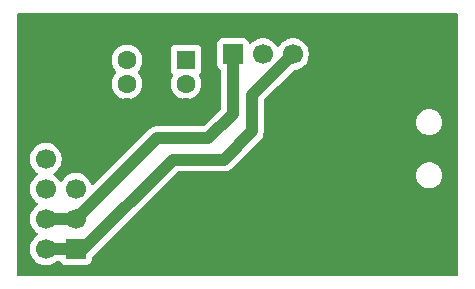
<source format=gbr>
%TF.GenerationSoftware,KiCad,Pcbnew,9.0.2*%
%TF.CreationDate,2025-05-29T11:38:48+08:00*%
%TF.ProjectId,uart_tool,75617274-5f74-46f6-9f6c-2e6b69636164,rev?*%
%TF.SameCoordinates,Original*%
%TF.FileFunction,Copper,L2,Bot*%
%TF.FilePolarity,Positive*%
%FSLAX46Y46*%
G04 Gerber Fmt 4.6, Leading zero omitted, Abs format (unit mm)*
G04 Created by KiCad (PCBNEW 9.0.2) date 2025-05-29 11:38:48*
%MOMM*%
%LPD*%
G01*
G04 APERTURE LIST*
%TA.AperFunction,ComponentPad*%
%ADD10R,1.700000X1.700000*%
%TD*%
%TA.AperFunction,ComponentPad*%
%ADD11C,1.700000*%
%TD*%
%TA.AperFunction,ComponentPad*%
%ADD12O,4.000000X1.500000*%
%TD*%
%TA.AperFunction,ComponentPad*%
%ADD13R,1.600000X1.600000*%
%TD*%
%TA.AperFunction,ComponentPad*%
%ADD14C,1.600000*%
%TD*%
%TA.AperFunction,ViaPad*%
%ADD15C,0.600000*%
%TD*%
%TA.AperFunction,Conductor*%
%ADD16C,1.000000*%
%TD*%
G04 APERTURE END LIST*
D10*
%TO.P,J1,1,Pin_1*%
%TO.N,/3.3V*%
X177460000Y-87500000D03*
D11*
%TO.P,J1,2,Pin_2*%
%TO.N,/SW_PWR*%
X180000000Y-87500000D03*
%TO.P,J1,3,Pin_3*%
%TO.N,VBUS*%
X182540000Y-87500000D03*
%TD*%
D12*
%TO.P,USB1,5,5*%
%TO.N,GND*%
X194073000Y-101200000D03*
%TO.P,USB1,6,6*%
X194073000Y-89800000D03*
%TD*%
D13*
%TO.P,SW1,1,1*%
%TO.N,/SW_PWR*%
X173499500Y-88000000D03*
D14*
%TO.P,SW1,2,2*%
%TO.N,/IO_CTRL*%
X173500000Y-90000000D03*
%TO.P,SW1,3,3*%
%TO.N,GND*%
X173500000Y-92000000D03*
%TO.P,SW1,4,4*%
%TO.N,/SW_PWR*%
X168500000Y-88000000D03*
%TO.P,SW1,5,5*%
%TO.N,/IO_CTRL*%
X168500000Y-90000000D03*
%TO.P,SW1,6,6*%
%TO.N,GND*%
X168500000Y-92000000D03*
%TD*%
D10*
%TO.P,J3,1,Pin_1*%
%TO.N,VBUS*%
X164160254Y-103999181D03*
D11*
%TO.P,J3,2,Pin_2*%
X161620254Y-103999181D03*
%TO.P,J3,3,Pin_3*%
%TO.N,/3.3V*%
X164160254Y-101459181D03*
%TO.P,J3,4,Pin_4*%
X161620254Y-101459181D03*
%TO.P,J3,5,Pin_5*%
%TO.N,/UART_TX*%
X164160254Y-98919181D03*
%TO.P,J3,6,Pin_6*%
%TO.N,/UART_RX*%
X161620254Y-98919181D03*
%TO.P,J3,7,Pin_7*%
%TO.N,GND*%
X164160254Y-96379181D03*
%TO.P,J3,8,Pin_8*%
%TO.N,/IO_CTRL*%
X161620254Y-96379181D03*
%TO.P,J3,9,Pin_9*%
%TO.N,GND*%
X164160254Y-93839181D03*
%TO.P,J3,10,Pin_10*%
X161620254Y-93839181D03*
%TD*%
D15*
%TO.N,GND*%
X172485254Y-102119181D03*
X169285254Y-102119181D03*
%TD*%
D16*
%TO.N,VBUS*%
X164160254Y-103999181D02*
X161620254Y-103999181D01*
%TO.N,/3.3V*%
X164160254Y-101459181D02*
X161620254Y-101459181D01*
%TO.N,VBUS*%
X179085254Y-90954746D02*
X182540000Y-87500000D01*
X176685254Y-96419181D02*
X179085254Y-94019181D01*
X172385254Y-96419181D02*
X176685254Y-96419181D01*
X179085254Y-94019181D02*
X179085254Y-90954746D01*
X164805254Y-103999181D02*
X172385254Y-96419181D01*
X164160254Y-103999181D02*
X164805254Y-103999181D01*
%TO.N,/3.3V*%
X171000254Y-94619181D02*
X164160254Y-101459181D01*
X177460000Y-92544435D02*
X175385254Y-94619181D01*
X177460000Y-87500000D02*
X177460000Y-92544435D01*
X175385254Y-94619181D02*
X171000254Y-94619181D01*
%TD*%
%TA.AperFunction,Conductor*%
%TO.N,GND*%
G36*
X196442539Y-84020185D02*
G01*
X196488294Y-84072989D01*
X196499500Y-84124500D01*
X196499500Y-89415194D01*
X196495275Y-89447285D01*
X196490500Y-89465103D01*
X196490500Y-101534893D01*
X196495275Y-101552713D01*
X196499500Y-101584805D01*
X196499500Y-106176000D01*
X196479815Y-106243039D01*
X196427011Y-106288794D01*
X196375500Y-106300000D01*
X159324000Y-106300000D01*
X159256961Y-106280315D01*
X159211206Y-106227511D01*
X159200000Y-106176000D01*
X159200000Y-96272894D01*
X160269754Y-96272894D01*
X160269754Y-96485467D01*
X160298483Y-96666858D01*
X160303008Y-96695424D01*
X160348755Y-96836219D01*
X160368698Y-96897595D01*
X160465205Y-97087001D01*
X160590144Y-97258967D01*
X160740467Y-97409290D01*
X160912436Y-97534231D01*
X160921200Y-97538697D01*
X160971996Y-97586672D01*
X160988790Y-97654493D01*
X160966252Y-97720628D01*
X160921200Y-97759665D01*
X160912436Y-97764130D01*
X160740467Y-97889071D01*
X160590144Y-98039394D01*
X160465205Y-98211360D01*
X160368698Y-98400766D01*
X160303007Y-98602941D01*
X160269754Y-98812894D01*
X160269754Y-99025467D01*
X160303007Y-99235420D01*
X160368698Y-99437595D01*
X160465205Y-99627001D01*
X160590144Y-99798967D01*
X160740467Y-99949290D01*
X160912436Y-100074231D01*
X160921200Y-100078697D01*
X160971996Y-100126672D01*
X160988790Y-100194493D01*
X160966252Y-100260628D01*
X160921200Y-100299665D01*
X160912436Y-100304130D01*
X160740467Y-100429071D01*
X160590144Y-100579394D01*
X160465205Y-100751360D01*
X160368698Y-100940766D01*
X160303007Y-101142941D01*
X160281962Y-101275814D01*
X160269754Y-101352894D01*
X160269754Y-101565468D01*
X160270514Y-101570267D01*
X160291275Y-101701349D01*
X160303008Y-101775424D01*
X160366067Y-101969500D01*
X160368698Y-101977595D01*
X160465205Y-102167001D01*
X160590144Y-102338967D01*
X160740467Y-102489290D01*
X160912436Y-102614231D01*
X160921200Y-102618697D01*
X160971996Y-102666672D01*
X160988790Y-102734493D01*
X160966252Y-102800628D01*
X160921200Y-102839665D01*
X160912436Y-102844130D01*
X160740467Y-102969071D01*
X160590144Y-103119394D01*
X160465205Y-103291360D01*
X160368698Y-103480766D01*
X160303007Y-103682941D01*
X160269754Y-103892894D01*
X160269754Y-104105467D01*
X160303007Y-104315420D01*
X160368698Y-104517595D01*
X160465205Y-104707001D01*
X160590144Y-104878967D01*
X160740467Y-105029290D01*
X160912433Y-105154229D01*
X160912435Y-105154230D01*
X160912438Y-105154232D01*
X161101842Y-105250738D01*
X161304011Y-105316427D01*
X161513967Y-105349681D01*
X161513968Y-105349681D01*
X161726540Y-105349681D01*
X161726541Y-105349681D01*
X161936497Y-105316427D01*
X162138666Y-105250738D01*
X162328070Y-105154232D01*
X162414392Y-105091516D01*
X162503988Y-105026422D01*
X162504618Y-105027289D01*
X162523641Y-105018763D01*
X162545519Y-105004704D01*
X162559495Y-105002694D01*
X162563673Y-105000822D01*
X162580454Y-104999681D01*
X162746113Y-104999681D01*
X162813152Y-105019366D01*
X162858907Y-105072170D01*
X162862284Y-105080321D01*
X162866458Y-105091512D01*
X162866459Y-105091513D01*
X162866460Y-105091516D01*
X162952706Y-105206725D01*
X162952709Y-105206728D01*
X163067918Y-105292974D01*
X163067925Y-105292978D01*
X163202771Y-105343272D01*
X163202770Y-105343272D01*
X163209698Y-105344016D01*
X163262381Y-105349681D01*
X165058126Y-105349680D01*
X165117737Y-105343272D01*
X165252585Y-105292977D01*
X165367800Y-105206727D01*
X165454050Y-105091512D01*
X165504345Y-104956664D01*
X165510754Y-104897054D01*
X165510753Y-104759965D01*
X165519397Y-104730523D01*
X165525919Y-104700542D01*
X165529673Y-104695526D01*
X165530437Y-104692926D01*
X165547069Y-104672287D01*
X165552889Y-104666466D01*
X165582393Y-104636963D01*
X165582395Y-104636959D01*
X172547672Y-97671683D01*
X192972633Y-97671683D01*
X192972633Y-97828316D01*
X192989855Y-97959138D01*
X192989856Y-97959143D01*
X192989857Y-97959149D01*
X192989858Y-97959151D01*
X193030395Y-98110441D01*
X193080894Y-98232356D01*
X193080899Y-98232367D01*
X193159207Y-98367999D01*
X193159219Y-98368017D01*
X193184349Y-98400766D01*
X193239546Y-98472699D01*
X193350301Y-98583454D01*
X193350305Y-98583457D01*
X193454982Y-98663780D01*
X193454986Y-98663782D01*
X193454993Y-98663788D01*
X193455000Y-98663792D01*
X193590632Y-98742100D01*
X193590637Y-98742102D01*
X193590640Y-98742104D01*
X193712557Y-98792604D01*
X193863851Y-98833143D01*
X193956251Y-98845307D01*
X193994683Y-98850367D01*
X193994684Y-98850367D01*
X194151317Y-98850367D01*
X194181021Y-98846456D01*
X194282149Y-98833143D01*
X194433443Y-98792604D01*
X194555360Y-98742104D01*
X194691007Y-98663788D01*
X194795699Y-98583454D01*
X194906454Y-98472699D01*
X194986788Y-98368007D01*
X195065104Y-98232360D01*
X195115604Y-98110443D01*
X195156143Y-97959149D01*
X195173367Y-97828316D01*
X195173367Y-97671684D01*
X195156143Y-97540851D01*
X195115604Y-97389557D01*
X195065104Y-97267640D01*
X195065102Y-97267637D01*
X195065100Y-97267632D01*
X194986792Y-97132000D01*
X194986788Y-97131993D01*
X194929212Y-97056960D01*
X194906457Y-97027305D01*
X194906454Y-97027301D01*
X194795699Y-96916546D01*
X194771002Y-96897595D01*
X194691017Y-96836219D01*
X194690999Y-96836207D01*
X194555367Y-96757899D01*
X194555356Y-96757894D01*
X194433441Y-96707395D01*
X194357796Y-96687126D01*
X194282149Y-96666857D01*
X194282143Y-96666856D01*
X194282138Y-96666855D01*
X194151317Y-96649633D01*
X194151316Y-96649633D01*
X193994684Y-96649633D01*
X193994683Y-96649633D01*
X193863861Y-96666855D01*
X193863854Y-96666856D01*
X193863851Y-96666857D01*
X193831876Y-96675424D01*
X193712558Y-96707395D01*
X193590643Y-96757894D01*
X193590632Y-96757899D01*
X193455000Y-96836207D01*
X193454982Y-96836219D01*
X193350305Y-96916542D01*
X193350295Y-96916551D01*
X193239551Y-97027295D01*
X193239542Y-97027305D01*
X193159219Y-97131982D01*
X193159207Y-97132000D01*
X193080899Y-97267632D01*
X193080894Y-97267643D01*
X193042994Y-97359142D01*
X193030396Y-97389557D01*
X192991632Y-97534229D01*
X192989858Y-97540848D01*
X192989855Y-97540861D01*
X192972633Y-97671683D01*
X172547672Y-97671683D01*
X172763355Y-97456000D01*
X172824678Y-97422515D01*
X172851036Y-97419681D01*
X176783797Y-97419681D01*
X176846005Y-97407306D01*
X176935237Y-97389557D01*
X176977090Y-97381232D01*
X177030419Y-97359142D01*
X177159168Y-97305813D01*
X177323036Y-97196320D01*
X177462393Y-97056963D01*
X177462393Y-97056961D01*
X177472601Y-97046754D01*
X177472602Y-97046751D01*
X179862394Y-94656962D01*
X179971886Y-94493095D01*
X180047306Y-94311016D01*
X180085755Y-94117721D01*
X180085755Y-93920640D01*
X180085755Y-93915530D01*
X180085754Y-93915504D01*
X180085754Y-93171683D01*
X192972633Y-93171683D01*
X192972633Y-93328316D01*
X192989855Y-93459138D01*
X192989856Y-93459143D01*
X192989857Y-93459149D01*
X192989858Y-93459151D01*
X193030395Y-93610441D01*
X193080894Y-93732356D01*
X193080899Y-93732367D01*
X193159207Y-93867999D01*
X193159219Y-93868017D01*
X193199599Y-93920640D01*
X193239546Y-93972699D01*
X193350301Y-94083454D01*
X193350305Y-94083457D01*
X193454982Y-94163780D01*
X193454986Y-94163782D01*
X193454993Y-94163788D01*
X193455000Y-94163792D01*
X193590632Y-94242100D01*
X193590637Y-94242102D01*
X193590640Y-94242104D01*
X193712557Y-94292604D01*
X193863851Y-94333143D01*
X193956251Y-94345307D01*
X193994683Y-94350367D01*
X193994684Y-94350367D01*
X194151317Y-94350367D01*
X194181021Y-94346456D01*
X194282149Y-94333143D01*
X194433443Y-94292604D01*
X194555360Y-94242104D01*
X194691007Y-94163788D01*
X194795699Y-94083454D01*
X194906454Y-93972699D01*
X194986788Y-93868007D01*
X195065104Y-93732360D01*
X195115604Y-93610443D01*
X195156143Y-93459149D01*
X195173367Y-93328316D01*
X195173367Y-93171684D01*
X195156143Y-93040851D01*
X195115604Y-92889557D01*
X195065104Y-92767640D01*
X195065102Y-92767637D01*
X195065100Y-92767632D01*
X194986792Y-92632000D01*
X194986788Y-92631993D01*
X194906454Y-92527301D01*
X194795699Y-92416546D01*
X194795694Y-92416542D01*
X194691017Y-92336219D01*
X194690999Y-92336207D01*
X194555367Y-92257899D01*
X194555356Y-92257894D01*
X194433441Y-92207395D01*
X194357796Y-92187126D01*
X194282149Y-92166857D01*
X194282143Y-92166856D01*
X194282138Y-92166855D01*
X194151317Y-92149633D01*
X194151316Y-92149633D01*
X193994684Y-92149633D01*
X193994683Y-92149633D01*
X193863861Y-92166855D01*
X193863854Y-92166856D01*
X193863851Y-92166857D01*
X193831876Y-92175424D01*
X193712558Y-92207395D01*
X193590643Y-92257894D01*
X193590632Y-92257899D01*
X193455000Y-92336207D01*
X193454982Y-92336219D01*
X193350305Y-92416542D01*
X193350295Y-92416551D01*
X193239551Y-92527295D01*
X193239542Y-92527305D01*
X193159219Y-92631982D01*
X193159207Y-92632000D01*
X193080899Y-92767632D01*
X193080894Y-92767643D01*
X193030395Y-92889558D01*
X192989858Y-93040848D01*
X192989855Y-93040861D01*
X192972633Y-93171683D01*
X180085754Y-93171683D01*
X180085754Y-91420528D01*
X180105439Y-91353489D01*
X180122073Y-91332847D01*
X181290341Y-90164579D01*
X182568499Y-88886421D01*
X182629820Y-88852938D01*
X182645291Y-88850657D01*
X182646282Y-88850500D01*
X182646287Y-88850500D01*
X182856243Y-88817246D01*
X183058412Y-88751557D01*
X183247816Y-88655051D01*
X183334138Y-88592335D01*
X183419786Y-88530109D01*
X183419788Y-88530106D01*
X183419792Y-88530104D01*
X183570104Y-88379792D01*
X183570106Y-88379788D01*
X183570109Y-88379786D01*
X183695048Y-88207820D01*
X183695047Y-88207820D01*
X183695051Y-88207816D01*
X183791557Y-88018412D01*
X183857246Y-87816243D01*
X183890500Y-87606287D01*
X183890500Y-87393713D01*
X183857246Y-87183757D01*
X183791557Y-86981588D01*
X183695051Y-86792184D01*
X183695049Y-86792181D01*
X183695048Y-86792179D01*
X183570109Y-86620213D01*
X183419786Y-86469890D01*
X183247820Y-86344951D01*
X183058414Y-86248444D01*
X183058413Y-86248443D01*
X183058412Y-86248443D01*
X182856243Y-86182754D01*
X182856241Y-86182753D01*
X182856240Y-86182753D01*
X182694957Y-86157208D01*
X182646287Y-86149500D01*
X182433713Y-86149500D01*
X182385042Y-86157208D01*
X182223760Y-86182753D01*
X182021585Y-86248444D01*
X181832179Y-86344951D01*
X181660213Y-86469890D01*
X181509890Y-86620213D01*
X181384949Y-86792182D01*
X181380484Y-86800946D01*
X181332509Y-86851742D01*
X181264688Y-86868536D01*
X181198553Y-86845998D01*
X181159516Y-86800946D01*
X181155050Y-86792182D01*
X181030109Y-86620213D01*
X180879786Y-86469890D01*
X180707820Y-86344951D01*
X180518414Y-86248444D01*
X180518413Y-86248443D01*
X180518412Y-86248443D01*
X180316243Y-86182754D01*
X180316241Y-86182753D01*
X180316240Y-86182753D01*
X180154957Y-86157208D01*
X180106287Y-86149500D01*
X179893713Y-86149500D01*
X179845042Y-86157208D01*
X179683760Y-86182753D01*
X179481585Y-86248444D01*
X179292179Y-86344951D01*
X179120215Y-86469889D01*
X179006673Y-86583431D01*
X178945350Y-86616915D01*
X178875658Y-86611931D01*
X178819725Y-86570059D01*
X178802810Y-86539082D01*
X178753797Y-86407671D01*
X178753793Y-86407664D01*
X178667547Y-86292455D01*
X178667544Y-86292452D01*
X178552335Y-86206206D01*
X178552328Y-86206202D01*
X178417482Y-86155908D01*
X178417483Y-86155908D01*
X178357883Y-86149501D01*
X178357881Y-86149500D01*
X178357873Y-86149500D01*
X178357864Y-86149500D01*
X176562129Y-86149500D01*
X176562123Y-86149501D01*
X176502516Y-86155908D01*
X176367671Y-86206202D01*
X176367664Y-86206206D01*
X176252455Y-86292452D01*
X176252452Y-86292455D01*
X176166206Y-86407664D01*
X176166202Y-86407671D01*
X176115908Y-86542517D01*
X176109501Y-86602116D01*
X176109500Y-86602135D01*
X176109500Y-88397870D01*
X176109501Y-88397876D01*
X176115908Y-88457483D01*
X176166202Y-88592328D01*
X176166206Y-88592335D01*
X176252452Y-88707544D01*
X176252455Y-88707547D01*
X176367665Y-88793794D01*
X176367667Y-88793794D01*
X176367669Y-88793796D01*
X176378830Y-88797958D01*
X176434764Y-88839826D01*
X176459184Y-88905289D01*
X176459500Y-88914141D01*
X176459500Y-92078653D01*
X176439815Y-92145692D01*
X176423181Y-92166334D01*
X175007153Y-93582362D01*
X174945830Y-93615847D01*
X174919472Y-93618681D01*
X170901709Y-93618681D01*
X170805066Y-93637905D01*
X170708421Y-93657128D01*
X170708415Y-93657130D01*
X170655088Y-93679218D01*
X170655088Y-93679219D01*
X170612172Y-93696995D01*
X170526338Y-93732549D01*
X170526337Y-93732549D01*
X170403299Y-93814760D01*
X170403300Y-93814761D01*
X170362472Y-93842040D01*
X165651010Y-98553502D01*
X165589687Y-98586987D01*
X165519995Y-98582003D01*
X165464062Y-98540131D01*
X165445398Y-98504139D01*
X165435184Y-98472704D01*
X165411811Y-98400769D01*
X165315305Y-98211365D01*
X165315303Y-98211362D01*
X165315302Y-98211360D01*
X165190363Y-98039394D01*
X165040040Y-97889071D01*
X164868074Y-97764132D01*
X164678668Y-97667625D01*
X164678667Y-97667624D01*
X164678666Y-97667624D01*
X164476497Y-97601935D01*
X164476495Y-97601934D01*
X164476494Y-97601934D01*
X164315211Y-97576389D01*
X164266541Y-97568681D01*
X164053967Y-97568681D01*
X164005296Y-97576389D01*
X163844014Y-97601934D01*
X163641839Y-97667625D01*
X163452433Y-97764132D01*
X163280467Y-97889071D01*
X163130144Y-98039394D01*
X163005203Y-98211363D01*
X163000738Y-98220127D01*
X162952763Y-98270923D01*
X162884942Y-98287717D01*
X162818807Y-98265179D01*
X162779770Y-98220127D01*
X162775304Y-98211363D01*
X162650363Y-98039394D01*
X162500040Y-97889071D01*
X162328074Y-97764132D01*
X162327369Y-97763772D01*
X162319308Y-97759666D01*
X162268513Y-97711693D01*
X162251717Y-97643873D01*
X162274253Y-97577737D01*
X162319308Y-97538696D01*
X162328070Y-97534232D01*
X162435748Y-97456000D01*
X162500040Y-97409290D01*
X162500042Y-97409287D01*
X162500046Y-97409285D01*
X162650358Y-97258973D01*
X162650360Y-97258969D01*
X162650363Y-97258967D01*
X162775302Y-97087001D01*
X162775301Y-97087001D01*
X162775305Y-97086997D01*
X162871811Y-96897593D01*
X162937500Y-96695424D01*
X162970754Y-96485468D01*
X162970754Y-96272894D01*
X162937500Y-96062938D01*
X162871811Y-95860769D01*
X162775305Y-95671365D01*
X162775303Y-95671362D01*
X162775302Y-95671360D01*
X162650363Y-95499394D01*
X162500040Y-95349071D01*
X162328074Y-95224132D01*
X162138668Y-95127625D01*
X162138667Y-95127624D01*
X162138666Y-95127624D01*
X161936497Y-95061935D01*
X161936495Y-95061934D01*
X161936494Y-95061934D01*
X161775211Y-95036389D01*
X161726541Y-95028681D01*
X161513967Y-95028681D01*
X161465296Y-95036389D01*
X161304014Y-95061934D01*
X161101839Y-95127625D01*
X160912433Y-95224132D01*
X160740467Y-95349071D01*
X160590144Y-95499394D01*
X160465205Y-95671360D01*
X160368698Y-95860766D01*
X160303007Y-96062941D01*
X160269754Y-96272894D01*
X159200000Y-96272894D01*
X159200000Y-87897648D01*
X167199500Y-87897648D01*
X167199500Y-88102351D01*
X167231522Y-88304534D01*
X167294781Y-88499223D01*
X167342221Y-88592328D01*
X167374180Y-88655051D01*
X167387715Y-88681613D01*
X167508028Y-88847213D01*
X167573134Y-88912319D01*
X167606619Y-88973642D01*
X167601635Y-89043334D01*
X167573134Y-89087681D01*
X167508032Y-89152782D01*
X167508028Y-89152786D01*
X167387715Y-89318386D01*
X167294781Y-89500776D01*
X167231522Y-89695465D01*
X167199500Y-89897648D01*
X167199500Y-90102351D01*
X167231522Y-90304534D01*
X167294781Y-90499223D01*
X167387715Y-90681613D01*
X167508028Y-90847213D01*
X167652786Y-90991971D01*
X167807749Y-91104556D01*
X167818390Y-91112287D01*
X167934607Y-91171503D01*
X168000776Y-91205218D01*
X168000778Y-91205218D01*
X168000781Y-91205220D01*
X168105137Y-91239127D01*
X168195465Y-91268477D01*
X168296557Y-91284488D01*
X168397648Y-91300500D01*
X168397649Y-91300500D01*
X168602351Y-91300500D01*
X168602352Y-91300500D01*
X168804534Y-91268477D01*
X168999219Y-91205220D01*
X169181610Y-91112287D01*
X169274590Y-91044732D01*
X169347213Y-90991971D01*
X169347215Y-90991968D01*
X169347219Y-90991966D01*
X169491966Y-90847219D01*
X169491968Y-90847215D01*
X169491971Y-90847213D01*
X169544732Y-90774590D01*
X169612287Y-90681610D01*
X169705220Y-90499219D01*
X169768477Y-90304534D01*
X169800500Y-90102352D01*
X169800500Y-89897648D01*
X169768477Y-89695466D01*
X169705220Y-89500781D01*
X169705218Y-89500778D01*
X169705218Y-89500776D01*
X169661611Y-89415194D01*
X169612287Y-89318390D01*
X169591535Y-89289827D01*
X169491971Y-89152786D01*
X169426866Y-89087681D01*
X169393381Y-89026358D01*
X169398365Y-88956666D01*
X169426866Y-88912319D01*
X169452762Y-88886423D01*
X169491966Y-88847219D01*
X169491968Y-88847215D01*
X169491971Y-88847213D01*
X169561469Y-88751555D01*
X169612287Y-88681610D01*
X169705220Y-88499219D01*
X169768477Y-88304534D01*
X169800500Y-88102352D01*
X169800500Y-87897648D01*
X169768477Y-87695466D01*
X169705220Y-87500781D01*
X169705218Y-87500778D01*
X169705218Y-87500776D01*
X169612287Y-87318390D01*
X169542032Y-87221691D01*
X169542031Y-87221688D01*
X169491971Y-87152787D01*
X169491967Y-87152782D01*
X169491320Y-87152135D01*
X172199000Y-87152135D01*
X172199000Y-88847870D01*
X172199001Y-88847876D01*
X172205408Y-88907483D01*
X172255702Y-89042328D01*
X172255706Y-89042335D01*
X172289653Y-89087681D01*
X172341954Y-89157546D01*
X172350843Y-89164200D01*
X172392712Y-89220135D01*
X172397694Y-89289827D01*
X172387014Y-89319760D01*
X172294782Y-89500776D01*
X172231522Y-89695465D01*
X172199500Y-89897648D01*
X172199500Y-90102351D01*
X172231522Y-90304534D01*
X172294781Y-90499223D01*
X172387715Y-90681613D01*
X172508028Y-90847213D01*
X172652786Y-90991971D01*
X172807749Y-91104556D01*
X172818390Y-91112287D01*
X172934607Y-91171503D01*
X173000776Y-91205218D01*
X173000778Y-91205218D01*
X173000781Y-91205220D01*
X173105137Y-91239127D01*
X173195465Y-91268477D01*
X173296557Y-91284488D01*
X173397648Y-91300500D01*
X173397649Y-91300500D01*
X173602351Y-91300500D01*
X173602352Y-91300500D01*
X173804534Y-91268477D01*
X173999219Y-91205220D01*
X174181610Y-91112287D01*
X174274590Y-91044732D01*
X174347213Y-90991971D01*
X174347215Y-90991968D01*
X174347219Y-90991966D01*
X174491966Y-90847219D01*
X174491968Y-90847215D01*
X174491971Y-90847213D01*
X174544732Y-90774590D01*
X174612287Y-90681610D01*
X174705220Y-90499219D01*
X174768477Y-90304534D01*
X174800500Y-90102352D01*
X174800500Y-89897648D01*
X174768477Y-89695466D01*
X174705220Y-89500781D01*
X174705218Y-89500778D01*
X174705218Y-89500776D01*
X174661611Y-89415194D01*
X174612707Y-89319215D01*
X174599812Y-89250549D01*
X174626088Y-89185809D01*
X174648883Y-89163656D01*
X174657046Y-89157546D01*
X174743296Y-89042331D01*
X174793591Y-88907483D01*
X174800000Y-88847873D01*
X174799999Y-87152128D01*
X174793591Y-87092517D01*
X174743296Y-86957669D01*
X174743295Y-86957668D01*
X174743293Y-86957664D01*
X174657047Y-86842455D01*
X174657044Y-86842452D01*
X174541835Y-86756206D01*
X174541828Y-86756202D01*
X174406982Y-86705908D01*
X174406983Y-86705908D01*
X174347383Y-86699501D01*
X174347381Y-86699500D01*
X174347373Y-86699500D01*
X174347364Y-86699500D01*
X172651629Y-86699500D01*
X172651623Y-86699501D01*
X172592016Y-86705908D01*
X172457171Y-86756202D01*
X172457164Y-86756206D01*
X172341955Y-86842452D01*
X172341952Y-86842455D01*
X172255706Y-86957664D01*
X172255702Y-86957671D01*
X172205408Y-87092517D01*
X172199001Y-87152116D01*
X172199001Y-87152123D01*
X172199000Y-87152135D01*
X169491320Y-87152135D01*
X169347213Y-87008028D01*
X169181613Y-86887715D01*
X169181612Y-86887714D01*
X169181610Y-86887713D01*
X169099740Y-86845998D01*
X168999223Y-86794781D01*
X168804534Y-86731522D01*
X168629995Y-86703878D01*
X168602352Y-86699500D01*
X168397648Y-86699500D01*
X168373329Y-86703351D01*
X168195465Y-86731522D01*
X168000776Y-86794781D01*
X167818386Y-86887715D01*
X167652786Y-87008028D01*
X167508028Y-87152786D01*
X167387715Y-87318386D01*
X167294781Y-87500776D01*
X167231522Y-87695465D01*
X167199500Y-87897648D01*
X159200000Y-87897648D01*
X159200000Y-84124500D01*
X159219685Y-84057461D01*
X159272489Y-84011706D01*
X159324000Y-84000500D01*
X196375500Y-84000500D01*
X196442539Y-84020185D01*
G37*
%TD.AperFunction*%
%TD*%
M02*

</source>
